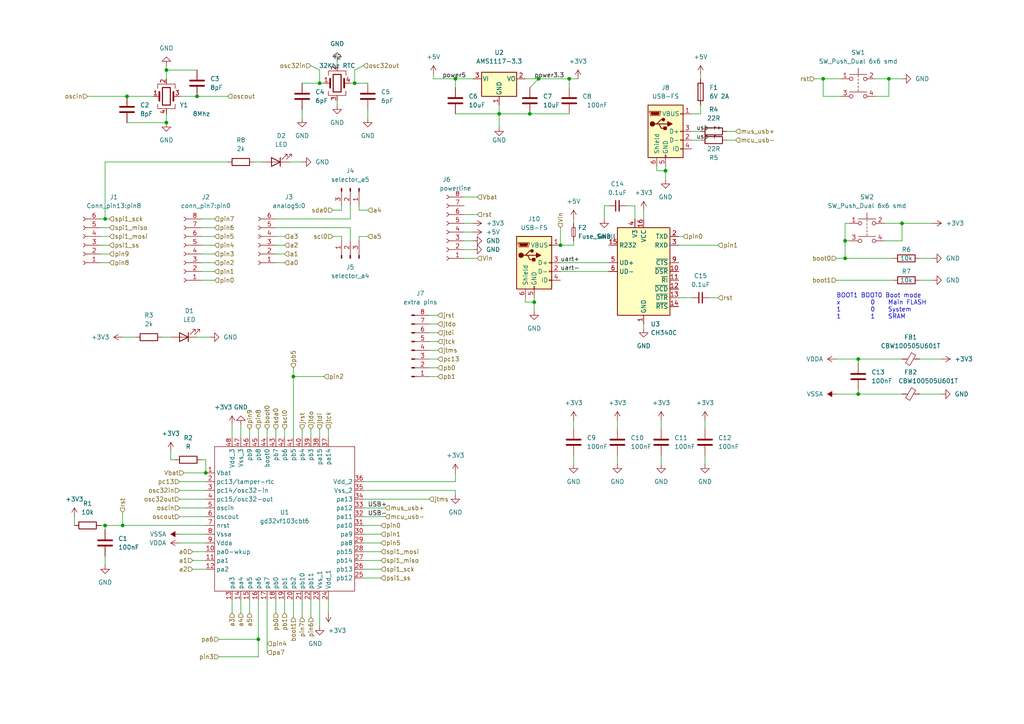
<source format=kicad_sch>
(kicad_sch (version 20211123) (generator eeschema)
  (paper "A4")
  (lib_symbols
    (symbol "Connector:Conn_01x03_Male" (pin_names (offset 1.016) hide)
      (property "Reference" "J" (at 0 5.08 0))
      (property "Value" "Conn_01x03_Male" (at 0 -5.08 0))
      (symbol "Conn_01x03_Male_1_1"
        (pin passive line (at 5.08 2.54 180) (length 3.81) (name "Pin_1") (number "1"))
        (pin passive line (at 5.08 0 180) (length 3.81) (name "Pin_2") (number "2"))
        (pin passive line (at 5.08 -2.54 180) (length 3.81) (name "Pin_3") (number "3"))
      )
    )
    (symbol "Connector:Conn_01x06_Female" (pin_names (offset 1.016) hide)
      (property "Reference" "J" (at 0 7.62 0))
      (property "Value" "Conn_01x06_Female" (at 0 -10.16 0))
      (symbol "Conn_01x06_Female_1_1"
        (pin passive line (at -5.08 5.08 0) (length 3.81) (name "Pin_1") (number "1"))
        (pin passive line (at -5.08 2.54 0) (length 3.81) (name "Pin_2") (number "2"))
        (pin passive line (at -5.08 0 0) (length 3.81) (name "Pin_3") (number "3"))
        (pin passive line (at -5.08 -2.54 0) (length 3.81) (name "Pin_4") (number "4"))
        (pin passive line (at -5.08 -5.08 0) (length 3.81) (name "Pin_5") (number "5"))
        (pin passive line (at -5.08 -7.62 0) (length 3.81) (name "Pin_6") (number "6"))
      )
    )
    (symbol "Connector:Conn_01x08_Female" (pin_names (offset 1.016) hide)
      (property "Reference" "J" (at 0 10.16 0))
      (property "Value" "Conn_01x08_Female" (at 0 -12.7 0))
      (symbol "Conn_01x08_Female_1_1"
        (pin passive line (at -5.08 7.62 0) (length 3.81) (name "Pin_1") (number "1"))
        (pin passive line (at -5.08 5.08 0) (length 3.81) (name "Pin_2") (number "2"))
        (pin passive line (at -5.08 2.54 0) (length 3.81) (name "Pin_3") (number "3"))
        (pin passive line (at -5.08 0 0) (length 3.81) (name "Pin_4") (number "4"))
        (pin passive line (at -5.08 -2.54 0) (length 3.81) (name "Pin_5") (number "5"))
        (pin passive line (at -5.08 -5.08 0) (length 3.81) (name "Pin_6") (number "6"))
        (pin passive line (at -5.08 -7.62 0) (length 3.81) (name "Pin_7") (number "7"))
        (pin passive line (at -5.08 -10.16 0) (length 3.81) (name "Pin_8") (number "8"))
      )
    )
    (symbol "Connector:Conn_01x08_Male" (pin_names (offset 1.016) hide)
      (property "Reference" "J" (at 0 10.16 0))
      (property "Value" "Conn_01x08_Male" (at 0 -12.7 0))
      (symbol "Conn_01x08_Male_1_1"
        (pin passive line (at 5.08 7.62 180) (length 3.81) (name "Pin_1") (number "1"))
        (pin passive line (at 5.08 5.08 180) (length 3.81) (name "Pin_2") (number "2"))
        (pin passive line (at 5.08 2.54 180) (length 3.81) (name "Pin_3") (number "3"))
        (pin passive line (at 5.08 0 180) (length 3.81) (name "Pin_4") (number "4"))
        (pin passive line (at 5.08 -2.54 180) (length 3.81) (name "Pin_5") (number "5"))
        (pin passive line (at 5.08 -5.08 180) (length 3.81) (name "Pin_6") (number "6"))
        (pin passive line (at 5.08 -7.62 180) (length 3.81) (name "Pin_7") (number "7"))
        (pin passive line (at 5.08 -10.16 180) (length 3.81) (name "Pin_8") (number "8"))
      )
    )
    (symbol "Connector:USB_B_Micro" (pin_names (offset 1.016))
      (property "Reference" "J" (at -5.08 11.43 0))
      (property "Value" "USB_B_Micro" (at -5.08 8.89 0))
      (symbol "USB_B_Micro_1_1"
        (pin power_out line (at 7.62 5.08 180) (length 2.54) (name "VBUS") (number "1"))
        (pin bidirectional line (at 7.62 -2.54 180) (length 2.54) (name "D-") (number "2"))
        (pin bidirectional line (at 7.62 0 180) (length 2.54) (name "D+") (number "3"))
        (pin passive line (at 7.62 -5.08 180) (length 2.54) (name "ID") (number "4"))
        (pin power_out line (at 0 -10.16 90) (length 2.54) (name "GND") (number "5"))
        (pin passive line (at -2.54 -10.16 90) (length 2.54) (name "Shield") (number "6"))
      )
    )
    (symbol "Device:C" (pin_numbers hide) (pin_names (offset 0.254))
      (property "Reference" "C" (at 0.635 2.54 0))
      (property "Value" "C" (at 0.635 -2.54 0))
      (symbol "C_1_1"
        (pin passive line (at 0 3.81 270) (length 2.794) (name "~") (number "1"))
        (pin passive line (at 0 -3.81 90) (length 2.794) (name "~") (number "2"))
      )
    )
    (symbol "Device:C_Small" (pin_numbers hide) (pin_names (offset 0.254) hide)
      (property "Reference" "C" (at 0.254 1.778 0))
      (property "Value" "C_Small" (at 0.254 -2.032 0))
      (symbol "C_Small_1_1"
        (pin passive line (at 0 2.54 270) (length 2.032) (name "~") (number "1"))
        (pin passive line (at 0 -2.54 90) (length 2.032) (name "~") (number "2"))
      )
    )
    (symbol "Device:Crystal_GND23" (pin_names (offset 1.016) hide)
      (property "Reference" "Y" (at 3.175 5.08 0))
      (property "Value" "Crystal_GND23" (at 3.175 3.175 0))
      (symbol "Crystal_GND23_1_1"
        (pin passive line (at -3.81 0 0) (length 1.27) (name "1") (number "1"))
        (pin passive line (at 0 5.08 270) (length 1.27) (name "2") (number "2"))
        (pin passive line (at 0 -5.08 90) (length 1.27) (name "3") (number "3"))
        (pin passive line (at 3.81 0 180) (length 1.27) (name "4") (number "4"))
      )
    )
    (symbol "Device:Crystal_GND24" (pin_names (offset 1.016) hide)
      (property "Reference" "Y" (at 3.175 5.08 0))
      (property "Value" "Crystal_GND24" (at 3.175 3.175 0))
      (symbol "Crystal_GND24_1_1"
        (pin passive line (at -3.81 0 0) (length 1.27) (name "1") (number "1"))
        (pin passive line (at 0 5.08 270) (length 1.27) (name "2") (number "2"))
        (pin passive line (at 3.81 0 180) (length 1.27) (name "3") (number "3"))
        (pin passive line (at 0 -5.08 90) (length 1.27) (name "4") (number "4"))
      )
    )
    (symbol "Device:FerriteBead_Small" (pin_numbers hide) (pin_names (offset 0))
      (property "Reference" "FB" (at 1.905 1.27 0))
      (property "Value" "FerriteBead_Small" (at 1.905 -1.27 0))
      (symbol "FerriteBead_Small_1_1"
        (pin passive line (at 0 2.54 270) (length 1.27) (name "~") (number "1"))
        (pin passive line (at 0 -2.54 90) (length 1.27) (name "~") (number "2"))
      )
    )
    (symbol "Device:Fuse" (pin_numbers hide) (pin_names (offset 0))
      (property "Reference" "F" (at 2.032 0 90))
      (property "Value" "Fuse" (at -1.905 0 90))
      (symbol "Fuse_1_1"
        (pin passive line (at 0 3.81 270) (length 1.27) (name "~") (number "1"))
        (pin passive line (at 0 -3.81 90) (length 1.27) (name "~") (number "2"))
      )
    )
    (symbol "Device:Fuse_Small" (pin_numbers hide) (pin_names (offset 0.254) hide)
      (property "Reference" "F" (at 0 -1.524 0))
      (property "Value" "Fuse_Small" (at 0 1.524 0))
      (symbol "Fuse_Small_1_1"
        (pin passive line (at -2.54 0 0) (length 1.27) (name "~") (number "1"))
        (pin passive line (at 2.54 0 180) (length 1.27) (name "~") (number "2"))
      )
    )
    (symbol "Device:LED" (pin_numbers hide) (pin_names (offset 1.016) hide)
      (property "Reference" "D" (at 0 2.54 0))
      (property "Value" "LED" (at 0 -2.54 0))
      (symbol "LED_1_1"
        (pin passive line (at -3.81 0 0) (length 2.54) (name "K") (number "1"))
        (pin passive line (at 3.81 0 180) (length 2.54) (name "A") (number "2"))
      )
    )
    (symbol "Device:R" (pin_numbers hide) (pin_names (offset 0))
      (property "Reference" "R" (at 2.032 0 90))
      (property "Value" "R" (at 0 0 90))
      (symbol "R_1_1"
        (pin passive line (at 0 3.81 270) (length 1.27) (name "~") (number "1"))
        (pin passive line (at 0 -3.81 90) (length 1.27) (name "~") (number "2"))
      )
    )
    (symbol "Interface_USB:CH340C"
      (property "Reference" "U" (at -5.08 13.97 0))
      (property "Value" "CH340C" (at 1.27 13.97 0))
      (symbol "CH340C_1_1"
        (pin power_in line (at 0 -15.24 90) (length 2.54) (name "GND") (number "1"))
        (pin input line (at 10.16 0 180) (length 2.54) (name "~{DSR}") (number "10"))
        (pin input line (at 10.16 -2.54 180) (length 2.54) (name "~{RI}") (number "11"))
        (pin input line (at 10.16 -5.08 180) (length 2.54) (name "~{DCD}") (number "12"))
        (pin output line (at 10.16 -7.62 180) (length 2.54) (name "~{DTR}") (number "13"))
        (pin output line (at 10.16 -10.16 180) (length 2.54) (name "~{RTS}") (number "14"))
        (pin input line (at -10.16 7.62 0) (length 2.54) (name "R232") (number "15"))
        (pin power_in line (at 0 15.24 270) (length 2.54) (name "VCC") (number "16"))
        (pin output line (at 10.16 10.16 180) (length 2.54) (name "TXD") (number "2"))
        (pin input line (at 10.16 7.62 180) (length 2.54) (name "RXD") (number "3"))
        (pin passive line (at -2.54 15.24 270) (length 2.54) (name "V3") (number "4"))
        (pin bidirectional line (at -10.16 2.54 0) (length 2.54) (name "UD+") (number "5"))
        (pin bidirectional line (at -10.16 0 0) (length 2.54) (name "UD-") (number "6"))
        (pin no_connect line (at -7.62 -7.62 0) (length 2.54) hide (name "NC") (number "7"))
        (pin no_connect line (at -7.62 -10.16 0) (length 2.54) hide (name "NC") (number "8"))
        (pin input line (at 10.16 2.54 180) (length 2.54) (name "~{CTS}") (number "9"))
      )
    )
    (symbol "Regulator_Linear:AMS1117-3.3" (pin_names (offset 0.254))
      (property "Reference" "U" (at -3.81 3.175 0))
      (property "Value" "AMS1117-3.3" (at 0 3.175 0))
      (symbol "AMS1117-3.3_1_1"
        (pin power_in line (at 0 -7.62 90) (length 2.54) (name "GND") (number "1"))
        (pin power_out line (at 7.62 0 180) (length 2.54) (name "VO") (number "2"))
        (pin power_in line (at -7.62 0 0) (length 2.54) (name "VI") (number "3"))
      )
    )
    (symbol "Switch:SW_Push_Dual" (pin_names (offset 1.016) hide)
      (property "Reference" "SW" (at 1.27 2.54 0))
      (property "Value" "SW_Push_Dual" (at 0 -6.858 0))
      (symbol "SW_Push_Dual_0_1"
        (pin passive line (at -5.08 0 0) (length 2.54) (name "1") (number "1"))
        (pin passive line (at 5.08 0 180) (length 2.54) (name "2") (number "2"))
        (pin passive line (at -5.08 -5.08 0) (length 2.54) (name "3") (number "3"))
        (pin passive line (at 5.08 -5.08 180) (length 2.54) (name "4") (number "4"))
      )
    )
    (symbol "gd32vf103cbt6:gd32vf103cbt6"
      (property "Reference" "U" (at -2.54 -5.08 0))
      (property "Value" "gd32vf103cbt6" (at -1.27 0 0))
      (symbol "gd32vf103cbt6_0_0"
        (pin bidirectional line (at -22.86 -10.16 0) (length 2.54) (name "pa0-wkup") (number "10"))
        (pin bidirectional line (at -22.86 -12.7 0) (length 2.54) (name "pa1") (number "11"))
        (pin bidirectional line (at -22.86 -15.24 0) (length 2.54) (name "pa2") (number "12"))
        (pin bidirectional line (at -12.7 -24.13 90) (length 2.54) (name "pa4") (number "14"))
        (pin bidirectional line (at -10.16 -24.13 90) (length 2.54) (name "pa5") (number "15"))
        (pin bidirectional line (at -7.62 -24.13 90) (length 2.54) (name "pa6") (number "16"))
        (pin bidirectional line (at -5.08 -24.13 90) (length 2.54) (name "pa7") (number "17"))
        (pin bidirectional line (at -2.54 -24.13 90) (length 2.54) (name "pb0") (number "18"))
        (pin bidirectional line (at 0 -24.13 90) (length 2.54) (name "pb1") (number "19"))
        (pin bidirectional line (at -22.86 10.16 0) (length 2.54) (name "pc13/tamper-rtc") (number "2"))
        (pin bidirectional line (at 2.54 -24.13 90) (length 2.54) (name "pb2") (number "20"))
        (pin bidirectional line (at 5.08 -24.13 90) (length 2.54) (name "pb10") (number "21"))
        (pin bidirectional line (at 7.62 -24.13 90) (length 2.54) (name "pb11") (number "22"))
        (pin power_in line (at 10.16 -24.13 90) (length 2.54) (name "Vss_1") (number "23"))
        (pin power_in line (at 12.7 -24.13 90) (length 2.54) (name "Vdd_1") (number "24"))
        (pin bidirectional line (at 22.86 -15.24 180) (length 2.54) (name "pb13") (number "26"))
        (pin bidirectional line (at 22.86 -12.7 180) (length 2.54) (name "pb14") (number "27"))
        (pin bidirectional line (at 22.86 -10.16 180) (length 2.54) (name "pb15") (number "28"))
        (pin bidirectional line (at 22.86 -7.62 180) (length 2.54) (name "pa8") (number "29"))
        (pin bidirectional line (at -22.86 7.62 0) (length 2.54) (name "pc14/osc32-in") (number "3"))
        (pin bidirectional line (at 22.86 -5.08 180) (length 2.54) (name "pa9") (number "30"))
        (pin bidirectional line (at 22.86 -2.54 180) (length 2.54) (name "pa10") (number "31"))
        (pin bidirectional line (at 22.86 0 180) (length 2.54) (name "pa11") (number "32"))
        (pin bidirectional line (at 22.86 2.54 180) (length 2.54) (name "pa12") (number "33"))
        (pin bidirectional line (at 22.86 5.08 180) (length 2.54) (name "pa13") (number "34"))
        (pin power_in line (at 22.86 7.62 180) (length 2.54) (name "Vss_2") (number "35"))
        (pin power_in line (at 22.86 10.16 180) (length 2.54) (name "Vdd_2") (number "36"))
        (pin bidirectional line (at 7.62 22.86 270) (length 2.54) (name "pb3") (number "39"))
        (pin input line (at -22.86 5.08 0) (length 2.54) (name "pc15/osc32-out") (number "4"))
        (pin bidirectional line (at 5.08 22.86 270) (length 2.54) (name "pb4") (number "40"))
        (pin bidirectional line (at 2.54 22.86 270) (length 2.54) (name "pb5") (number "41"))
        (pin bidirectional line (at 0 22.86 270) (length 2.54) (name "pb6") (number "42"))
        (pin bidirectional line (at -2.54 22.86 270) (length 2.54) (name "pb7") (number "43"))
        (pin input line (at -5.08 22.86 270) (length 2.54) (name "boot0") (number "44"))
        (pin bidirectional line (at -7.62 22.86 270) (length 2.54) (name "pb8") (number "45"))
        (pin bidirectional line (at -10.16 22.86 270) (length 2.54) (name "pb9") (number "46"))
        (pin power_in line (at -12.7 22.86 270) (length 2.54) (name "Vss_3") (number "47"))
        (pin power_in line (at -15.24 22.86 270) (length 2.54) (name "Vdd_3") (number "48"))
        (pin input line (at -22.86 2.54 0) (length 2.54) (name "oscin") (number "5"))
        (pin output line (at -22.86 0 0) (length 2.54) (name "oscout") (number "6"))
        (pin bidirectional line (at -22.86 -2.54 0) (length 2.54) (name "nrst") (number "7"))
        (pin power_in line (at -22.86 -5.08 0) (length 2.54) (name "Vssa") (number "8"))
        (pin power_in line (at -22.86 -7.62 0) (length 2.54) (name "Vdda") (number "9"))
      )
      (symbol "gd32vf103cbt6_1_1"
        (pin power_in line (at -22.86 12.7 0) (length 2.54) (name "Vbat") (number "1"))
        (pin bidirectional line (at -15.24 -24.13 90) (length 2.54) (name "pa3") (number "13"))
        (pin bidirectional line (at 22.86 -17.78 180) (length 2.54) (name "pb12") (number "25"))
        (pin bidirectional line (at 12.7 22.86 270) (length 2.54) (name "pa14") (number "37"))
        (pin bidirectional line (at 10.16 22.86 270) (length 2.54) (name "pa15") (number "38"))
      )
    )
    (symbol "power:+3.3V" (power) (pin_names (offset 0))
      (property "Value" "+3.3V" (at 0 3.556 0))
      (symbol "+3.3V_1_1"
        (pin power_in line (at 0 0 90) (length 0) hide (name "+3V3") (number "1"))
      )
    )
    (symbol "power:+5V" (power) (pin_names (offset 0))
      (property "Value" "+5V" (at 0 3.556 0))
      (symbol "+5V_1_1"
        (pin power_in line (at 0 0 90) (length 0) hide (name "+5V") (number "1"))
      )
    )
    (symbol "power:GND" (power) (pin_names (offset 0))
      (property "Value" "GND" (at 0 -3.81 0))
      (symbol "GND_1_1"
        (pin power_in line (at 0 0 270) (length 0) hide (name "GND") (number "1"))
      )
    )
    (symbol "power:VDDA" (power) (pin_names (offset 0))
      (property "Value" "VDDA" (at 0 3.81 0))
      (symbol "VDDA_1_1"
        (pin power_in line (at 0 0 90) (length 0) hide (name "VDDA") (number "1"))
      )
    )
    (symbol "power:VSSA" (power) (pin_names (offset 0))
      (property "Value" "VSSA" (at 0 3.81 0))
      (symbol "VSSA_1_1"
        (pin power_in line (at 0 0 90) (length 0) hide (name "VSSA") (number "1"))
      )
    )
  )
  (junction (at 153.67 33.02))
  (junction (at 261.62 64.77))
  (junction (at 48.26 20.32))
  (junction (at 257.81 22.86))
  (junction (at 165.1 22.86))
  (junction (at 248.92 114.3))
  (junction (at 59.69 137.16))
  (junction (at 144.78 33.02))
  (junction (at 156.21 22.86))
  (junction (at 154.94 87.63))
  (junction (at 193.04 49.53))
  (junction (at 102.87 24.13))
  (junction (at 30.48 63.5))
  (junction (at 92.71 24.13))
  (junction (at 30.48 152.4))
  (junction (at 248.92 104.14))
  (junction (at 36.83 27.94))
  (junction (at 35.56 152.4))
  (junction (at 245.11 69.85))
  (junction (at 238.76 22.86))
  (junction (at 57.15 27.94))
  (junction (at 132.08 22.86))
  (junction (at 245.11 74.93))
  (junction (at 162.56 71.12))
  (junction (at 74.93 185.42))
  (junction (at 48.26 35.56))
  (junction (at 85.09 109.22))
  (wire (pts (xy 72.39 173.99) (xy 72.39 177.8)))
  (wire (pts (xy 105.41 154.94) (xy 110.49 154.94)))
  (wire (pts (xy 162.56 76.2) (xy 176.53 76.2)))
  (wire (pts (xy 97.79 17.78) (xy 97.79 19.05)))
  (wire (pts (xy 134.62 69.85) (xy 137.16 69.85)))
  (wire (pts (xy 90.17 124.46) (xy 90.17 127)))
  (wire (pts (xy 69.85 123.19) (xy 69.85 127)))
  (wire (pts (xy 246.38 69.85) (xy 245.11 69.85)))
  (wire (pts (xy 196.85 86.36) (xy 200.66 86.36)))
  (wire (pts (xy 132.08 22.86) (xy 132.08 25.4)))
  (wire (pts (xy 97.79 29.21) (xy 97.79 30.48)))
  (wire (pts (xy 85.09 173.99) (xy 85.09 179.07)))
  (wire (pts (xy 29.21 63.5) (xy 30.48 63.5)))
  (wire (pts (xy 30.48 152.4) (xy 35.56 152.4)))
  (wire (pts (xy 186.69 60.96) (xy 186.69 63.5)))
  (wire (pts (xy 166.37 121.92) (xy 166.37 124.46)))
  (wire (pts (xy 85.09 109.22) (xy 93.98 109.22)))
  (wire (pts (xy 59.69 133.35) (xy 59.69 137.16)))
  (wire (pts (xy 154.94 86.36) (xy 154.94 87.63)))
  (wire (pts (xy 58.42 81.28) (xy 62.23 81.28)))
  (wire (pts (xy 30.48 63.5) (xy 31.75 63.5)))
  (wire (pts (xy 49.53 130.81) (xy 49.53 133.35)))
  (wire (pts (xy 80.01 63.5) (xy 101.6 63.5)))
  (wire (pts (xy 132.08 33.02) (xy 144.78 33.02)))
  (wire (pts (xy 58.42 66.04) (xy 62.23 66.04)))
  (wire (pts (xy 144.78 30.48) (xy 144.78 33.02)))
  (wire (pts (xy 67.31 173.99) (xy 67.31 177.8)))
  (wire (pts (xy 36.83 27.94) (xy 44.45 27.94)))
  (wire (pts (xy 261.62 64.77) (xy 270.51 64.77)))
  (wire (pts (xy 49.53 133.35) (xy 50.8 133.35)))
  (wire (pts (xy 124.46 91.44) (xy 127 91.44)))
  (wire (pts (xy 124.46 109.22) (xy 127 109.22)))
  (wire (pts (xy 132.08 139.7) (xy 132.08 137.16)))
  (wire (pts (xy 245.11 69.85) (xy 245.11 64.77)))
  (wire (pts (xy 203.2 33.02) (xy 200.66 33.02)))
  (wire (pts (xy 193.04 48.26) (xy 193.04 49.53)))
  (wire (pts (xy 99.06 68.58) (xy 99.06 69.85)))
  (wire (pts (xy 191.77 121.92) (xy 191.77 124.46)))
  (wire (pts (xy 124.46 99.06) (xy 127 99.06)))
  (wire (pts (xy 105.41 165.1) (xy 110.49 165.1)))
  (wire (pts (xy 105.41 142.24) (xy 132.08 142.24)))
  (wire (pts (xy 210.82 38.1) (xy 213.36 38.1)))
  (wire (pts (xy 73.66 46.99) (xy 76.2 46.99)))
  (wire (pts (xy 57.15 20.32) (xy 48.26 20.32)))
  (wire (pts (xy 92.71 24.13) (xy 93.98 24.13)))
  (wire (pts (xy 134.62 67.31) (xy 137.16 67.31)))
  (wire (pts (xy 57.15 97.79) (xy 60.96 97.79)))
  (wire (pts (xy 203.2 30.48) (xy 203.2 33.02)))
  (wire (pts (xy 125.73 22.86) (xy 125.73 21.59)))
  (wire (pts (xy 245.11 64.77) (xy 246.38 64.77)))
  (wire (pts (xy 242.57 104.14) (xy 248.92 104.14)))
  (wire (pts (xy 153.67 25.4) (xy 156.21 22.86)))
  (wire (pts (xy 254 22.86) (xy 257.81 22.86)))
  (wire (pts (xy 58.42 76.2) (xy 62.23 76.2)))
  (wire (pts (xy 92.71 124.46) (xy 92.71 127)))
  (wire (pts (xy 80.01 68.58) (xy 82.55 68.58)))
  (wire (pts (xy 106.68 31.75) (xy 106.68 34.29)))
  (wire (pts (xy 87.63 124.46) (xy 87.63 127)))
  (wire (pts (xy 21.59 149.86) (xy 21.59 152.4)))
  (wire (pts (xy 35.56 152.4) (xy 59.69 152.4)))
  (wire (pts (xy 200.66 40.64) (xy 203.2 40.64)))
  (wire (pts (xy 30.48 46.99) (xy 30.48 63.5)))
  (wire (pts (xy 124.46 96.52) (xy 127 96.52)))
  (wire (pts (xy 261.62 69.85) (xy 261.62 64.77)))
  (wire (pts (xy 193.04 49.53) (xy 193.04 52.07)))
  (wire (pts (xy 101.6 66.04) (xy 101.6 69.85)))
  (wire (pts (xy 152.4 87.63) (xy 154.94 87.63)))
  (wire (pts (xy 80.01 124.46) (xy 80.01 127)))
  (wire (pts (xy 52.07 154.94) (xy 59.69 154.94)))
  (wire (pts (xy 166.37 63.5) (xy 166.37 64.77)))
  (wire (pts (xy 205.74 86.36) (xy 208.28 86.36)))
  (wire (pts (xy 134.62 62.23) (xy 138.43 62.23)))
  (wire (pts (xy 52.07 139.7) (xy 59.69 139.7)))
  (wire (pts (xy 162.56 66.04) (xy 162.56 71.12)))
  (wire (pts (xy 191.77 132.08) (xy 191.77 134.62)))
  (wire (pts (xy 104.14 60.96) (xy 106.68 60.96)))
  (wire (pts (xy 248.92 114.3) (xy 261.62 114.3)))
  (wire (pts (xy 30.48 161.29) (xy 30.48 163.83)))
  (wire (pts (xy 179.07 121.92) (xy 179.07 124.46)))
  (wire (pts (xy 266.7 104.14) (xy 273.05 104.14)))
  (wire (pts (xy 144.78 33.02) (xy 153.67 33.02)))
  (wire (pts (xy 162.56 78.74) (xy 176.53 78.74)))
  (wire (pts (xy 190.5 49.53) (xy 193.04 49.53)))
  (wire (pts (xy 87.63 31.75) (xy 87.63 34.29)))
  (wire (pts (xy 124.46 101.6) (xy 127 101.6)))
  (wire (pts (xy 105.41 157.48) (xy 110.49 157.48)))
  (wire (pts (xy 29.21 66.04) (xy 31.75 66.04)))
  (wire (pts (xy 80.01 66.04) (xy 101.6 66.04)))
  (wire (pts (xy 266.7 114.3) (xy 273.05 114.3)))
  (wire (pts (xy 153.67 33.02) (xy 165.1 33.02)))
  (wire (pts (xy 67.31 123.19) (xy 67.31 127)))
  (wire (pts (xy 166.37 132.08) (xy 166.37 134.62)))
  (wire (pts (xy 175.26 59.69) (xy 176.53 59.69)))
  (wire (pts (xy 80.01 76.2) (xy 82.55 76.2)))
  (wire (pts (xy 156.21 22.86) (xy 165.1 22.86)))
  (wire (pts (xy 124.46 93.98) (xy 127 93.98)))
  (wire (pts (xy 134.62 64.77) (xy 137.16 64.77)))
  (wire (pts (xy 58.42 71.12) (xy 62.23 71.12)))
  (wire (pts (xy 165.1 22.86) (xy 167.64 22.86)))
  (wire (pts (xy 152.4 86.36) (xy 152.4 87.63)))
  (wire (pts (xy 72.39 124.46) (xy 72.39 127)))
  (wire (pts (xy 58.42 133.35) (xy 59.69 133.35)))
  (wire (pts (xy 105.41 149.86) (xy 111.76 149.86)))
  (wire (pts (xy 242.57 114.3) (xy 248.92 114.3)))
  (wire (pts (xy 102.87 24.13) (xy 106.68 24.13)))
  (wire (pts (xy 266.7 74.93) (xy 270.51 74.93)))
  (wire (pts (xy 96.52 60.96) (xy 99.06 60.96)))
  (wire (pts (xy 105.41 160.02) (xy 110.49 160.02)))
  (wire (pts (xy 104.14 59.69) (xy 104.14 60.96)))
  (wire (pts (xy 30.48 152.4) (xy 30.48 153.67)))
  (wire (pts (xy 29.21 71.12) (xy 31.75 71.12)))
  (wire (pts (xy 74.93 124.46) (xy 74.93 127)))
  (wire (pts (xy 77.47 124.46) (xy 77.47 127)))
  (wire (pts (xy 80.01 173.99) (xy 80.01 177.8)))
  (wire (pts (xy 85.09 106.68) (xy 85.09 109.22)))
  (wire (pts (xy 175.26 63.5) (xy 175.26 59.69)))
  (wire (pts (xy 166.37 69.85) (xy 166.37 71.12)))
  (wire (pts (xy 124.46 104.14) (xy 127 104.14)))
  (wire (pts (xy 57.15 27.94) (xy 66.04 27.94)))
  (wire (pts (xy 124.46 106.68) (xy 127 106.68)))
  (wire (pts (xy 52.07 147.32) (xy 59.69 147.32)))
  (wire (pts (xy 190.5 48.26) (xy 190.5 49.53)))
  (wire (pts (xy 210.82 40.64) (xy 213.36 40.64)))
  (wire (pts (xy 99.06 60.96) (xy 99.06 59.69)))
  (wire (pts (xy 55.88 165.1) (xy 59.69 165.1)))
  (wire (pts (xy 132.08 143.51) (xy 132.08 142.24)))
  (wire (pts (xy 82.55 124.46) (xy 82.55 127)))
  (wire (pts (xy 55.88 160.02) (xy 59.69 160.02)))
  (wire (pts (xy 266.7 81.28) (xy 270.51 81.28)))
  (wire (pts (xy 92.71 173.99) (xy 92.71 181.61)))
  (wire (pts (xy 137.16 22.86) (xy 132.08 22.86)))
  (wire (pts (xy 52.07 149.86) (xy 59.69 149.86)))
  (wire (pts (xy 83.82 46.99) (xy 87.63 46.99)))
  (wire (pts (xy 105.41 147.32) (xy 111.76 147.32)))
  (wire (pts (xy 254 27.94) (xy 257.81 27.94)))
  (wire (pts (xy 29.21 73.66) (xy 31.75 73.66)))
  (wire (pts (xy 46.99 97.79) (xy 49.53 97.79)))
  (wire (pts (xy 248.92 104.14) (xy 261.62 104.14)))
  (wire (pts (xy 92.71 20.32) (xy 92.71 24.13)))
  (wire (pts (xy 104.14 68.58) (xy 106.68 68.58)))
  (wire (pts (xy 80.01 73.66) (xy 82.55 73.66)))
  (wire (pts (xy 58.42 68.58) (xy 62.23 68.58)))
  (wire (pts (xy 248.92 104.14) (xy 248.92 105.41)))
  (wire (pts (xy 53.34 137.16) (xy 59.69 137.16)))
  (wire (pts (xy 30.48 46.99) (xy 66.04 46.99)))
  (wire (pts (xy 48.26 19.05) (xy 48.26 20.32)))
  (wire (pts (xy 95.25 124.46) (xy 95.25 127)))
  (wire (pts (xy 242.57 74.93) (xy 245.11 74.93)))
  (wire (pts (xy 200.66 38.1) (xy 203.2 38.1)))
  (wire (pts (xy 165.1 22.86) (xy 165.1 25.4)))
  (wire (pts (xy 29.21 152.4) (xy 30.48 152.4)))
  (wire (pts (xy 181.61 59.69) (xy 184.15 59.69)))
  (wire (pts (xy 256.54 69.85) (xy 261.62 69.85)))
  (wire (pts (xy 257.81 27.94) (xy 257.81 22.86)))
  (wire (pts (xy 36.83 35.56) (xy 48.26 35.56)))
  (wire (pts (xy 257.81 22.86) (xy 261.62 22.86)))
  (wire (pts (xy 82.55 173.99) (xy 82.55 177.8)))
  (wire (pts (xy 248.92 113.03) (xy 248.92 114.3)))
  (wire (pts (xy 204.47 121.92) (xy 204.47 124.46)))
  (wire (pts (xy 238.76 27.94) (xy 238.76 22.86)))
  (wire (pts (xy 196.85 71.12) (xy 208.28 71.12)))
  (wire (pts (xy 105.41 19.05) (xy 102.87 20.32)))
  (wire (pts (xy 105.41 167.64) (xy 110.49 167.64)))
  (wire (pts (xy 55.88 162.56) (xy 59.69 162.56)))
  (wire (pts (xy 48.26 33.02) (xy 48.26 35.56)))
  (wire (pts (xy 196.85 68.58) (xy 198.12 68.58)))
  (wire (pts (xy 58.42 73.66) (xy 62.23 73.66)))
  (wire (pts (xy 52.07 27.94) (xy 57.15 27.94)))
  (wire (pts (xy 101.6 63.5) (xy 101.6 59.69)))
  (wire (pts (xy 134.62 72.39) (xy 137.16 72.39)))
  (wire (pts (xy 184.15 59.69) (xy 184.15 63.5)))
  (wire (pts (xy 134.62 57.15) (xy 138.43 57.15)))
  (wire (pts (xy 29.21 68.58) (xy 31.75 68.58)))
  (wire (pts (xy 243.84 27.94) (xy 238.76 27.94)))
  (wire (pts (xy 95.25 173.99) (xy 95.25 177.8)))
  (wire (pts (xy 179.07 132.08) (xy 179.07 134.62)))
  (wire (pts (xy 132.08 22.86) (xy 125.73 22.86)))
  (wire (pts (xy 134.62 74.93) (xy 138.43 74.93)))
  (wire (pts (xy 245.11 74.93) (xy 245.11 69.85)))
  (wire (pts (xy 52.07 144.78) (xy 59.69 144.78)))
  (wire (pts (xy 96.52 68.58) (xy 99.06 68.58)))
  (wire (pts (xy 74.93 173.99) (xy 74.93 185.42)))
  (wire (pts (xy 102.87 20.32) (xy 102.87 24.13)))
  (wire (pts (xy 238.76 22.86) (xy 243.84 22.86)))
  (wire (pts (xy 48.26 20.32) (xy 48.26 22.86)))
  (wire (pts (xy 25.4 27.94) (xy 36.83 27.94)))
  (wire (pts (xy 74.93 190.5) (xy 74.93 185.42)))
  (wire (pts (xy 58.42 63.5) (xy 62.23 63.5)))
  (wire (pts (xy 87.63 173.99) (xy 87.63 179.07)))
  (wire (pts (xy 236.22 22.86) (xy 238.76 22.86)))
  (wire (pts (xy 52.07 142.24) (xy 59.69 142.24)))
  (wire (pts (xy 63.5 190.5) (xy 74.93 190.5)))
  (wire (pts (xy 105.41 139.7) (xy 132.08 139.7)))
  (wire (pts (xy 152.4 22.86) (xy 156.21 22.86)))
  (wire (pts (xy 69.85 173.99) (xy 69.85 177.8)))
  (wire (pts (xy 85.09 109.22) (xy 85.09 127)))
  (wire (pts (xy 242.57 81.28) (xy 259.08 81.28)))
  (wire (pts (xy 101.6 24.13) (xy 102.87 24.13)))
  (wire (pts (xy 74.93 185.42) (xy 63.5 185.42)))
  (wire (pts (xy 29.21 76.2) (xy 31.75 76.2)))
  (wire (pts (xy 87.63 24.13) (xy 92.71 24.13)))
  (wire (pts (xy 35.56 148.59) (xy 35.56 152.4)))
  (wire (pts (xy 105.41 162.56) (xy 110.49 162.56)))
  (wire (pts (xy 80.01 71.12) (xy 82.55 71.12)))
  (wire (pts (xy 256.54 64.77) (xy 261.62 64.77)))
  (wire (pts (xy 104.14 68.58) (xy 104.14 69.85)))
  (wire (pts (xy 58.42 78.74) (xy 62.23 78.74)))
  (wire (pts (xy 144.78 33.02) (xy 144.78 36.83)))
  (wire (pts (xy 35.56 97.79) (xy 39.37 97.79)))
  (wire (pts (xy 90.17 173.99) (xy 90.17 179.07)))
  (wire (pts (xy 162.56 71.12) (xy 166.37 71.12)))
  (wire (pts (xy 204.47 132.08) (xy 204.47 134.62)))
  (wire (pts (xy 105.41 152.4) (xy 110.49 152.4)))
  (wire (pts (xy 259.08 74.93) (xy 245.11 74.93)))
  (wire (pts (xy 186.69 93.98) (xy 186.69 95.25)))
  (wire (pts (xy 154.94 87.63) (xy 154.94 90.17)))
  (wire (pts (xy 105.41 144.78) (xy 124.46 144.78)))
  (wire (pts (xy 52.07 157.48) (xy 59.69 157.48)))
  (wire (pts (xy 90.17 19.05) (xy 92.71 20.32)))
  (wire (pts (xy 77.47 173.99) (xy 77.47 189.23)))
  (wire (pts (xy 203.2 21.59) (xy 203.2 22.86)))
  (text "BOOT1 BOOT0 Boot mode\nx		0	Main FLASH\n1		0	System\n1		1	SRAM" (at 242.57 92.71 0) (effects (font (size 1.27 1.27)) (justify left bottom)))
  (label "power3.3" (at 154.94 22.86 0))
  (label "uart-" (at 162.56 78.74 0))
  (label "usb-r-" (at 201.93 40.64 0))
  (label "USB-" (at 106.68 149.86 0))
  (label "USB+" (at 106.68 147.32 0))
  (label "uart+" (at 162.56 76.2 0))
  (label "power5" (at 128.27 22.86 0))
  (label "usb-r+" (at 201.93 38.1 0))
  (hierarchical_label "a2" (shape input) (at 82.55 71.12 0))
  (hierarchical_label "jtms" (shape input) (at 124.46 144.78 0))
  (hierarchical_label "pin8" (shape input) (at 31.75 76.2 0))
  (hierarchical_label "pin6" (shape input) (at 90.17 179.07 270))
  (hierarchical_label "psi1_ss" (shape input) (at 31.75 71.12 0))
  (hierarchical_label "jtdo" (shape input) (at 90.17 124.46 90))
  (hierarchical_label "mus_usb+" (shape input) (at 111.76 147.32 0))
  (hierarchical_label "pin4" (shape input) (at 77.47 186.69 0))
  (hierarchical_label "pin9" (shape input) (at 31.75 73.66 0))
  (hierarchical_label "a1" (shape input) (at 55.88 162.56 180))
  (hierarchical_label "pin1" (shape input) (at 110.49 154.94 0))
  (hierarchical_label "pin6" (shape input) (at 62.23 66.04 0))
  (hierarchical_label "spi1_miso" (shape input) (at 31.75 66.04 0))
  (hierarchical_label "pin3" (shape input) (at 63.5 190.5 180))
  (hierarchical_label "pin0" (shape input) (at 62.23 81.28 0))
  (hierarchical_label "sda0" (shape input) (at 96.52 60.96 180))
  (hierarchical_label "pin0" (shape input) (at 110.49 152.4 0))
  (hierarchical_label "pc13" (shape input) (at 52.07 139.7 180))
  (hierarchical_label "Vbat" (shape input) (at 138.43 57.15 0))
  (hierarchical_label "a0" (shape input) (at 55.88 160.02 180))
  (hierarchical_label "pa6" (shape input) (at 63.5 185.42 180))
  (hierarchical_label "a5" (shape input) (at 72.39 177.8 270))
  (hierarchical_label "pb0" (shape input) (at 127 106.68 0))
  (hierarchical_label "spi1_miso" (shape input) (at 110.49 162.56 0))
  (hierarchical_label "osc32out" (shape input) (at 52.07 144.78 180))
  (hierarchical_label "boot0" (shape input) (at 77.47 124.46 90))
  (hierarchical_label "jtdo" (shape input) (at 127 93.98 0))
  (hierarchical_label "oscout" (shape input) (at 52.07 149.86 180))
  (hierarchical_label "mcu_usb-" (shape input) (at 213.36 40.64 0))
  (hierarchical_label "boot1" (shape input) (at 85.09 179.07 270))
  (hierarchical_label "pc13" (shape input) (at 127 104.14 0))
  (hierarchical_label "jtck" (shape input) (at 127 99.06 0))
  (hierarchical_label "a0" (shape input) (at 82.55 76.2 0))
  (hierarchical_label "pb1" (shape input) (at 127 109.22 0))
  (hierarchical_label "osc32out" (shape input) (at 105.41 19.05 0))
  (hierarchical_label "pb5" (shape input) (at 85.09 106.68 90))
  (hierarchical_label "a5" (shape input) (at 106.68 68.58 0))
  (hierarchical_label "pin0" (shape input) (at 198.12 68.58 0))
  (hierarchical_label "rst" (shape input) (at 236.22 22.86 180))
  (hierarchical_label "spi1_mosi" (shape input) (at 110.49 160.02 0))
  (hierarchical_label "Vin" (shape input) (at 138.43 74.93 0))
  (hierarchical_label "mcu_usb-" (shape input) (at 111.76 149.86 0))
  (hierarchical_label "osc32in" (shape input) (at 52.07 142.24 180))
  (hierarchical_label "oscout" (shape input) (at 66.04 27.94 0))
  (hierarchical_label "pa7" (shape input) (at 77.47 189.23 0))
  (hierarchical_label "spi1_mosi" (shape input) (at 31.75 68.58 0))
  (hierarchical_label "mus_usb+" (shape input) (at 213.36 38.1 0))
  (hierarchical_label "rst" (shape input) (at 208.28 86.36 0))
  (hierarchical_label "a3" (shape input) (at 67.31 177.8 270))
  (hierarchical_label "pin3" (shape input) (at 62.23 73.66 0))
  (hierarchical_label "jtdi" (shape input) (at 127 96.52 0))
  (hierarchical_label "pin8" (shape input) (at 74.93 124.46 90))
  (hierarchical_label "a1" (shape input) (at 82.55 73.66 0))
  (hierarchical_label "pb1" (shape input) (at 82.55 177.8 270))
  (hierarchical_label "oscin" (shape input) (at 52.07 147.32 180))
  (hierarchical_label "a4" (shape input) (at 106.68 60.96 0))
  (hierarchical_label "a3" (shape input) (at 82.55 68.58 0))
  (hierarchical_label "scl0" (shape input) (at 82.55 124.46 90))
  (hierarchical_label "rst" (shape input) (at 138.43 62.23 0))
  (hierarchical_label "pin4" (shape input) (at 62.23 71.12 0))
  (hierarchical_label "jtdi" (shape input) (at 92.71 124.46 90))
  (hierarchical_label "Vbat" (shape input) (at 53.34 137.16 180))
  (hierarchical_label "osc32in" (shape input) (at 90.17 19.05 180))
  (hierarchical_label "a4" (shape input) (at 69.85 177.8 270))
  (hierarchical_label "sda0" (shape input) (at 80.01 124.46 90))
  (hierarchical_label "jtck" (shape input) (at 95.25 124.46 90))
  (hierarchical_label "pb0" (shape input) (at 80.01 177.8 270))
  (hierarchical_label "psi1_ss" (shape input) (at 110.49 167.64 0))
  (hierarchical_label "jtms" (shape input) (at 127 101.6 0))
  (hierarchical_label "pin2" (shape input) (at 62.23 76.2 0))
  (hierarchical_label "a2" (shape input) (at 55.88 165.1 180))
  (hierarchical_label "pin2" (shape input) (at 93.98 109.22 0))
  (hierarchical_label "scl0" (shape input) (at 96.52 68.58 180))
  (hierarchical_label "boot1" (shape input) (at 242.57 81.28 180))
  (hierarchical_label "pin5" (shape input) (at 62.23 68.58 0))
  (hierarchical_label "oscin" (shape input) (at 25.4 27.94 180))
  (hierarchical_label "pin7" (shape input) (at 62.23 63.5 0))
  (hierarchical_label "jrst" (shape input) (at 127 91.44 0))
  (hierarchical_label "boot0" (shape input) (at 242.57 74.93 180))
  (hierarchical_label "Vin" (shape input) (at 162.56 66.04 90))
  (hierarchical_label "spi1_sck" (shape input) (at 31.75 63.5 0))
  (hierarchical_label "pin7" (shape input) (at 87.63 179.07 270))
  (hierarchical_label "pin5" (shape input) (at 110.49 157.48 0))
  (hierarchical_label "pin9" (shape input) (at 72.39 124.46 90))
  (hierarchical_label "jrst" (shape input) (at 87.63 124.46 90))
  (hierarchical_label "rst" (shape input) (at 35.56 148.59 90))
  (hierarchical_label "pin1" (shape input) (at 208.28 71.12 0))
  (hierarchical_label "spi1_sck" (shape input) (at 110.49 165.1 0))
  (hierarchical_label "pin1" (shape input) (at 62.23 78.74 0))
  (symbol (lib_id "power:GND") (at 175.26 63.5 0) (unit 1)
    (property "Reference" "#PWR023" (effects hide))
    (property "Value" "GND" (at 175.26 68.58 0))
  )
  (symbol (lib_id "power:GND") (at 270.51 74.93 90) (unit 1)
    (property "Reference" "#PWR042" (effects hide))
    (property "Value" "GND" (at 274.32 74.9299 90) (effects (justify right)))
  )
  (symbol (lib_id "power:GND") (at 106.68 34.29 0) (unit 1)
    (property "Reference" "#PWR012" (effects hide))
    (property "Value" "GND" (at 106.68 39.37 0))
  )
  (symbol (lib_id "Device:R") (at 262.89 81.28 90) (unit 1)
    (property "Reference" "R7" (at 262.89 78.74 90))
    (property "Value" "10k" (at 262.89 81.28 90))
    (property "Footprint" "Resistor_SMD:R_0402_1005Metric" (effects hide))
  )
  (symbol (lib_id "power:+3.3V") (at 204.47 121.92 0) (unit 1)
    (property "Reference" "#PWR034" (effects hide))
    (property "Value" "+3.3V" (at 204.47 116.84 0))
  )
  (symbol (lib_id "power:GND") (at 137.16 69.85 90) (unit 1)
    (property "Reference" "#PWR024" (effects hide))
    (property "Value" "GND" (at 140.97 69.8499 90) (effects (justify right)))
  )
  (symbol (lib_id "Device:C") (at 30.48 157.48 0) (unit 1)
    (property "Reference" "C1" (at 34.29 156.2099 0) (effects (justify left)))
    (property "Value" "100nF" (at 34.29 158.7499 0) (effects (justify left)))
    (property "Footprint" "Capacitor_SMD:C_0402_1005Metric" (effects hide))
  )
  (symbol (lib_id "power:GND") (at 60.96 97.79 90) (unit 1)
    (property "Reference" "#PWR021" (effects hide))
    (property "Value" "GND" (at 64.77 97.7899 90) (effects (justify right)))
  )
  (symbol (lib_id "Device:FerriteBead_Small") (at 264.16 114.3 90) (unit 1)
    (property "Reference" "FB2" (at 264.1219 107.95 90))
    (property "Value" "CBW100505U601T" (at 269.24 110.49 90))
    (property "Footprint" "Resistor_SMD:R_0402_1005Metric" (effects hide))
  )
  (symbol (lib_id "power:+3.3V") (at 67.31 123.19 0) (unit 1)
    (property "Reference" "#PWR07" (effects hide))
    (property "Value" "+3.3V" (at 64.77 118.11 0))
  )
  (symbol (lib_id "Connector:Conn_01x03_Male") (at 101.6 74.93 90) (unit 1)
    (property "Reference" "J5" (at 101.6 77.47 90))
    (property "Value" "selector_a4" (at 101.6 80.01 90))
    (property "Footprint" "Connector_PinHeader_2.54mm:PinHeader_1x03_P2.54mm_Vertical" (effects hide))
  )
  (symbol (lib_id "power:+5V") (at 125.73 21.59 0) (unit 1)
    (property "Reference" "#PWR013" (effects hide))
    (property "Value" "+5V" (at 125.73 16.51 0))
  )
  (symbol (lib_id "power:VSSA") (at 242.57 114.3 90) (unit 1)
    (property "Reference" "#PWR039" (effects hide))
    (property "Value" "VSSA" (at 238.76 114.2999 90) (effects (justify left)))
  )
  (symbol (lib_id "Device:LED") (at 80.01 46.99 180) (unit 1)
    (property "Reference" "D2" (at 81.5975 39.37 0))
    (property "Value" "LED" (at 81.5975 41.91 0))
    (property "Footprint" "LED_SMD:LED_0805_2012Metric" (effects hide))
  )
  (symbol (lib_id "Interface_USB:CH340C") (at 186.69 78.74 0) (unit 1)
    (property "Reference" "U3" (at 188.7094 93.98 0) (effects (justify left)))
    (property "Value" "CH340C" (at 188.7094 96.52 0) (effects (justify left)))
    (property "Footprint" "Package_SO:SOIC-16_3.9x9.9mm_P1.27mm" (effects hide))
    (property "Datasheet" "https://datasheet.lcsc.com/szlcsc/Jiangsu-Qin-Heng-CH340C_C84681.pdf" (effects hide))
  )
  (symbol (lib_id "Device:R") (at 25.4 152.4 270) (unit 1)
    (property "Reference" "R1" (at 25.4 146.05 90))
    (property "Value" "10k" (at 25.4 148.59 90))
    (property "Footprint" "Resistor_SMD:R_0402_1005Metric" (effects hide))
  )
  (symbol (lib_id "Switch:SW_Push_Dual") (at 248.92 22.86 0) (unit 1)
    (property "Reference" "SW1" (at 248.92 15.24 0))
    (property "Value" "SW_Push_Dual 6x6 smd" (at 248.92 17.78 0))
    (property "Footprint" "Button_Switch_SMD:SW_Push_1P1T_NO_6x6mm_H9.5mm" (effects hide))
  )
  (symbol (lib_id "power:GND") (at 97.79 17.78 180) (unit 1)
    (property "Reference" "#PWR0104" (effects hide))
    (property "Value" "GND" (at 97.79 12.7 0))
  )
  (symbol (lib_id "Device:C") (at 153.67 29.21 0) (unit 1)
    (property "Reference" "C7" (at 157.48 27.9399 0) (effects (justify left)))
    (property "Value" "10uF" (at 157.48 30.4799 0) (effects (justify left)))
    (property "Footprint" "Capacitor_SMD:C_1206_3216Metric" (effects hide))
  )
  (symbol (lib_id "power:GND") (at 137.16 72.39 90) (unit 1)
    (property "Reference" "#PWR025" (effects hide))
    (property "Value" "GND" (at 140.97 72.3899 90) (effects (justify right)))
  )
  (symbol (lib_id "power:GND") (at 87.63 46.99 90) (unit 1)
    (property "Reference" "#PWR0101" (effects hide))
    (property "Value" "GND" (at 91.44 46.9899 90) (effects (justify right)))
  )
  (symbol (lib_id "power:+5V") (at 137.16 67.31 270) (unit 1)
    (property "Reference" "#PWR0102" (effects hide))
    (property "Value" "+5V" (at 140.97 67.3099 90) (effects (justify left)))
  )
  (symbol (lib_id "Connector:Conn_01x08_Male") (at 119.38 101.6 0) (mirror x) (unit 1)
    (property "Reference" "J7" (at 121.92 85.09 0))
    (property "Value" "extra pins" (at 121.92 87.63 0))
    (property "Footprint" "Connector_PinHeader_2.54mm:PinHeader_1x08_P2.54mm_Vertical" (effects hide))
  )
  (symbol (lib_id "power:GND") (at 261.62 22.86 90) (unit 1)
    (property "Reference" "#PWR040" (effects hide))
    (property "Value" "GND" (at 265.43 22.8599 90) (effects (justify right)))
  )
  (symbol (lib_id "Device:C") (at 165.1 29.21 0) (unit 1)
    (property "Reference" "C8" (at 168.91 27.9399 0) (effects (justify left)))
    (property "Value" "100nF" (at 170.18 30.48 0) (effects (justify left)))
    (property "Footprint" "Capacitor_SMD:C_0402_1005Metric" (effects hide))
  )
  (symbol (lib_id "Connector:Conn_01x06_Female") (at 24.13 71.12 180) (unit 1)
    (property "Reference" "J1" (at 33.02 57.15 0))
    (property "Value" "Conn_pin13:pin8" (at 33.02 59.69 0))
    (property "Footprint" "Connector_PinSocket_2.54mm:PinSocket_1x06_P2.54mm_Vertical" (effects hide))
  )
  (symbol (lib_id "power:GND") (at 132.08 143.51 0) (unit 1)
    (property "Reference" "#PWR015" (effects hide))
    (property "Value" "GND" (at 132.08 148.59 0))
  )
  (symbol (lib_id "Connector:Conn_01x08_Female") (at 53.34 73.66 180) (unit 1)
    (property "Reference" "J2" (at 59.69 57.15 0))
    (property "Value" "conn_pin7:pin0" (at 59.69 59.69 0))
    (property "Footprint" "Connector_PinSocket_2.54mm:PinSocket_1x08_P2.54mm_Vertical" (effects hide))
  )
  (symbol (lib_id "Device:C") (at 191.77 128.27 0) (unit 1)
    (property "Reference" "C11" (at 195.58 126.9999 0) (effects (justify left)))
    (property "Value" "100nF" (at 195.58 129.5399 0) (effects (justify left)))
    (property "Footprint" "Capacitor_SMD:C_0402_1005Metric" (effects hide))
  )
  (symbol (lib_id "power:GND") (at 186.69 95.25 0) (unit 1)
    (property "Reference" "#PWR047" (effects hide))
    (property "Value" "GND" (at 186.69 100.33 0))
  )
  (symbol (lib_id "power:GND") (at 87.63 34.29 0) (unit 1)
    (property "Reference" "#PWR09" (effects hide))
    (property "Value" "GND" (at 87.63 39.37 0))
  )
  (symbol (lib_id "Device:LED") (at 53.34 97.79 180) (unit 1)
    (property "Reference" "D1" (at 54.9275 90.17 0))
    (property "Value" "LED" (at 54.9275 92.71 0))
    (property "Footprint" "LED_SMD:LED_0805_2012Metric" (effects hide))
  )
  (symbol (lib_id "Device:C") (at 36.83 31.75 0) (unit 1)
    (property "Reference" "C2" (at 40.64 30.4799 0) (effects (justify left)))
    (property "Value" "8pF" (at 40.64 33.0199 0) (effects (justify left)))
    (property "Footprint" "Capacitor_SMD:C_0402_1005Metric" (effects hide))
  )
  (symbol (lib_id "Device:R") (at 69.85 46.99 90) (unit 1)
    (property "Reference" "R8" (at 69.85 40.64 90))
    (property "Value" "2k" (at 69.85 43.18 90))
    (property "Footprint" "Resistor_SMD:R_0402_1005Metric" (effects hide))
  )
  (symbol (lib_id "Device:R") (at 43.18 97.79 90) (unit 1)
    (property "Reference" "R3" (at 43.18 91.44 90))
    (property "Value" "2k" (at 43.18 93.98 90))
    (property "Footprint" "Resistor_SMD:R_0402_1005Metric" (effects hide))
  )
  (symbol (lib_id "power:+3.3V") (at 95.25 177.8 180) (unit 1)
    (property "Reference" "#PWR011" (effects hide))
    (property "Value" "+3.3V" (at 97.79 182.88 0))
  )
  (symbol (lib_id "Device:C_Small") (at 179.07 59.69 90) (unit 1)
    (property "Reference" "C14" (at 179.0763 53.34 90))
    (property "Value" "0.1uF" (at 179.0763 55.88 90))
    (property "Footprint" "Capacitor_SMD:C_0603_1608Metric" (effects hide))
  )
  (symbol (lib_id "power:GND") (at 92.71 181.61 0) (unit 1)
    (property "Reference" "#PWR010" (effects hide))
    (property "Value" "GND" (at 91.44 186.69 0))
  )
  (symbol (lib_id "gd32vf103cbt6:gd32vf103cbt6") (at 82.55 149.86 0) (unit 1)
    (property "Reference" "U1" (at 82.55 148.59 0))
    (property "Value" "gd32vf103cbt6" (at 82.55 151.13 0))
    (property "Footprint" "Package_QFP:LQFP-48_7x7mm_P0.5mm" (effects hide))
    (property "Datasheet" "https://www.gigadevice.com/datasheet/gd32vf103xxxx-datasheet/" (effects hide))
  )
  (symbol (lib_id "power:+3.3V") (at 132.08 137.16 0) (unit 1)
    (property "Reference" "#PWR014" (effects hide))
    (property "Value" "+3.3V" (at 132.08 132.08 0))
  )
  (symbol (lib_id "Device:C") (at 166.37 128.27 0) (unit 1)
    (property "Reference" "C9" (at 170.18 126.9999 0) (effects (justify left)))
    (property "Value" "100nF" (at 170.18 129.5399 0) (effects (justify left)))
    (property "Footprint" "Capacitor_SMD:C_0402_1005Metric" (effects hide))
  )
  (symbol (lib_id "Device:Crystal_GND24") (at 48.26 27.94 0) (unit 1)
    (property "Reference" "Y1" (at 53.34 30.48 0))
    (property "Value" "8Mhz" (at 58.42 33.02 0))
    (property "Footprint" "Crystal:Crystal_SMD_3225-4Pin_3.2x2.5mm" (effects hide))
  )
  (symbol (lib_id "power:GND") (at 204.47 134.62 0) (unit 1)
    (property "Reference" "#PWR035" (effects hide))
    (property "Value" "GND" (at 204.47 139.7 0))
  )
  (symbol (lib_id "Connector:Conn_01x08_Female") (at 129.54 67.31 180) (unit 1)
    (property "Reference" "J6" (at 129.54 52.07 0))
    (property "Value" "powerline" (at 132.08 54.61 0))
    (property "Footprint" "Connector_PinSocket_2.54mm:PinSocket_1x08_P2.54mm_Vertical" (effects hide))
  )
  (symbol (lib_id "Device:Fuse_Small") (at 166.37 67.31 90) (unit 1)
    (property "Reference" "F2" (at 167.64 66.0399 90) (effects (justify right)))
    (property "Value" "Fuse_Small" (at 167.64 68.5799 90) (effects (justify right)))
    (property "Footprint" "Fuse:Fuse_0603_1608Metric" (effects hide))
  )
  (symbol (lib_id "power:VDDA") (at 52.07 157.48 90) (unit 1)
    (property "Reference" "#PWR020" (effects hide))
    (property "Value" "VDDA" (at 48.26 157.4799 90) (effects (justify left)))
  )
  (symbol (lib_id "Device:FerriteBead_Small") (at 264.16 104.14 90) (unit 1)
    (property "Reference" "FB1" (at 264.1219 97.79 90))
    (property "Value" "CBW100505U601T" (at 264.1219 100.33 90))
    (property "Footprint" "Resistor_SMD:R_0402_1005Metric" (effects hide))
  )
  (symbol (lib_id "power:+3.3V") (at 179.07 121.92 0) (unit 1)
    (property "Reference" "#PWR028" (effects hide))
    (property "Value" "+3.3V" (at 179.07 116.84 0))
  )
  (symbol (lib_id "Device:C") (at 87.63 27.94 0) (unit 1)
    (property "Reference" "C4" (at 91.44 26.6699 0) (effects (justify left)))
    (property "Value" "6pF" (at 91.44 29.2099 0) (effects (justify left)))
    (property "Footprint" "Capacitor_SMD:C_0402_1005Metric" (effects hide))
  )
  (symbol (lib_id "power:+3.3V") (at 167.64 22.86 0) (unit 1)
    (property "Reference" "#PWR017" (effects hide))
    (property "Value" "+3.3V" (at 167.64 17.78 0))
  )
  (symbol (lib_id "Device:Crystal_GND23") (at 97.79 24.13 0) (unit 1)
    (property "Reference" "Y2" (at 97.79 16.51 0))
    (property "Value" "32Khz RTC" (at 97.79 19.05 0))
    (property "Footprint" "Crystal:Crystal_SMD_SeikoEpson_MC306-4Pin_8.0x3.2mm" (effects hide))
  )
  (symbol (lib_id "Device:C") (at 204.47 128.27 0) (unit 1)
    (property "Reference" "C12" (at 208.28 126.9999 0) (effects (justify left)))
    (property "Value" "100nF" (at 208.28 129.5399 0) (effects (justify left)))
    (property "Footprint" "Capacitor_SMD:C_0402_1005Metric" (effects hide))
  )
  (symbol (lib_id "power:+3.3V") (at 137.16 64.77 270) (unit 1)
    (property "Reference" "#PWR022" (effects hide))
    (property "Value" "+3.3V" (at 140.97 64.7699 90) (effects (justify left)))
  )
  (symbol (lib_id "power:+3.3V") (at 191.77 121.92 0) (unit 1)
    (property "Reference" "#PWR030" (effects hide))
    (property "Value" "+3.3V" (at 191.77 116.84 0))
  )
  (symbol (lib_id "Connector:USB_B_Micro") (at 154.94 76.2 0) (unit 1)
    (property "Reference" "J10" (at 154.94 63.5 0))
    (property "Value" "USB-FS" (at 154.94 66.04 0))
    (property "Footprint" "Connector_USB:USB_Micro-B_Molex-105017-0001" (effects hide))
  )
  (symbol (lib_id "Device:R") (at 54.61 133.35 90) (unit 1)
    (property "Reference" "R2" (at 54.61 127 90))
    (property "Value" "R" (at 54.61 129.54 90))
    (property "Footprint" "Resistor_SMD:R_0805_2012Metric" (effects hide))
  )
  (symbol (lib_id "power:+3.3V") (at 21.59 149.86 0) (unit 1)
    (property "Reference" "#PWR01" (effects hide))
    (property "Value" "+3.3V" (at 21.59 144.78 0))
  )
  (symbol (lib_id "Device:C_Small") (at 203.2 86.36 90) (unit 1)
    (property "Reference" "C15" (at 203.2063 80.01 90))
    (property "Value" "0.1uF" (at 203.2063 82.55 90))
    (property "Footprint" "Capacitor_SMD:C_0603_1608Metric" (effects hide))
  )
  (symbol (lib_id "Connector:Conn_01x06_Female") (at 74.93 71.12 180) (unit 1)
    (property "Reference" "J3" (at 83.82 57.15 0))
    (property "Value" "analog5:0" (at 83.82 59.69 0))
    (property "Footprint" "Connector_PinSocket_2.54mm:PinSocket_1x06_P2.54mm_Vertical" (effects hide))
  )
  (symbol (lib_id "power:+3.3V") (at 270.51 64.77 270) (unit 1)
    (property "Reference" "#PWR041" (effects hide))
    (property "Value" "+3.3V" (at 274.32 64.7699 90) (effects (justify left)))
  )
  (symbol (lib_id "power:+3.3V") (at 273.05 104.14 270) (unit 1)
    (property "Reference" "#PWR044" (effects hide))
    (property "Value" "+3.3V" (at 276.86 104.1399 90) (effects (justify left)))
  )
  (symbol (lib_id "Device:R") (at 262.89 74.93 90) (unit 1)
    (property "Reference" "R6" (at 262.89 72.39 90))
    (property "Value" "10k" (at 262.89 74.93 90))
    (property "Footprint" "Resistor_SMD:R_0402_1005Metric" (effects hide))
  )
  (symbol (lib_id "power:GND") (at 48.26 19.05 180) (unit 1)
    (property "Reference" "#PWR03" (effects hide))
    (property "Value" "GND" (at 48.26 13.97 0))
  )
  (symbol (lib_id "power:GND") (at 97.79 30.48 0) (unit 1)
    (property "Reference" "#PWR0103" (effects hide))
    (property "Value" "GND" (at 97.79 35.56 0))
  )
  (symbol (lib_id "Device:C") (at 106.68 27.94 0) (unit 1)
    (property "Reference" "C5" (at 110.49 26.6699 0) (effects (justify left)))
    (property "Value" "6pF" (at 110.49 29.2099 0) (effects (justify left)))
    (property "Footprint" "Capacitor_SMD:C_0402_1005Metric" (effects hide))
  )
  (symbol (lib_id "power:+3.3V") (at 49.53 130.81 0) (unit 1)
    (property "Reference" "#PWR05" (effects hide))
    (property "Value" "+3.3V" (at 49.53 125.73 0))
  )
  (symbol (lib_id "power:GND") (at 30.48 163.83 0) (unit 1)
    (property "Reference" "#PWR02" (effects hide))
    (property "Value" "GND" (at 30.48 168.91 0))
  )
  (symbol (lib_id "power:+3.3V") (at 166.37 121.92 0) (unit 1)
    (property "Reference" "#PWR026" (effects hide))
    (property "Value" "+3.3V" (at 166.37 116.84 0))
  )
  (symbol (lib_id "power:GND") (at 193.04 52.07 0) (unit 1)
    (property "Reference" "#PWR032" (effects hide))
    (property "Value" "GND" (at 193.04 57.15 0))
  )
  (symbol (lib_id "power:GND") (at 144.78 36.83 0) (unit 1)
    (property "Reference" "#PWR016" (effects hide))
    (property "Value" "GND" (at 144.78 40.64 0))
  )
  (symbol (lib_id "power:+3.3V") (at 186.69 60.96 0) (unit 1)
    (property "Reference" "#PWR046" (effects hide))
    (property "Value" "+3.3V" (at 186.69 55.88 0))
  )
  (symbol (lib_id "power:GND") (at 191.77 134.62 0) (unit 1)
    (property "Reference" "#PWR031" (effects hide))
    (property "Value" "GND" (at 191.77 139.7 0))
  )
  (symbol (lib_id "Switch:SW_Push_Dual") (at 251.46 64.77 0) (unit 1)
    (property "Reference" "SW2" (at 251.46 57.15 0))
    (property "Value" "SW_Push_Dual 6x6 smd" (at 251.46 59.69 0))
    (property "Footprint" "Button_Switch_SMD:SW_Push_1P1T_NO_6x6mm_H9.5mm" (effects hide))
  )
  (symbol (lib_id "power:GND") (at 179.07 134.62 0) (unit 1)
    (property "Reference" "#PWR029" (effects hide))
    (property "Value" "GND" (at 179.07 139.7 0))
  )
  (symbol (lib_id "Device:C") (at 179.07 128.27 0) (unit 1)
    (property "Reference" "C10" (at 182.88 126.9999 0) (effects (justify left)))
    (property "Value" "100nF" (at 182.88 129.5399 0) (effects (justify left)))
    (property "Footprint" "Capacitor_SMD:C_0402_1005Metric" (effects hide))
  )
  (symbol (lib_id "power:+5V") (at 166.37 63.5 0) (unit 1)
    (property "Reference" "#PWR048" (effects hide))
    (property "Value" "+5V" (at 166.37 58.42 0))
  )
  (symbol (lib_id "power:GND") (at 166.37 134.62 0) (unit 1)
    (property "Reference" "#PWR027" (effects hide))
    (property "Value" "GND" (at 166.37 139.7 0))
  )
  (symbol (lib_id "power:GND") (at 154.94 90.17 0) (unit 1)
    (property "Reference" "#PWR06" (effects hide))
    (property "Value" "GND" (at 154.94 95.25 0))
  )
  (symbol (lib_id "Device:R") (at 207.01 40.64 270) (unit 1)
    (property "Reference" "R5" (at 207.01 45.72 90))
    (property "Value" "22R" (at 207.01 43.18 90))
    (property "Footprint" "Resistor_SMD:R_0402_1005Metric" (effects hide))
  )
  (symbol (lib_id "power:GND") (at 69.85 123.19 180) (unit 1)
    (property "Reference" "#PWR08" (effects hide))
    (property "Value" "GND" (at 69.85 118.11 0))
  )
  (symbol (lib_id "power:+5V") (at 203.2 21.59 0) (unit 1)
    (property "Reference" "#PWR033" (effects hide))
    (property "Value" "+5V" (at 203.2 16.51 0))
  )
  (symbol (lib_id "Device:C") (at 132.08 29.21 0) (unit 1)
    (property "Reference" "C6" (at 135.89 27.9399 0) (effects (justify left)))
    (property "Value" "10uF" (at 135.89 30.4799 0) (effects (justify left)))
    (property "Footprint" "Capacitor_SMD:C_1206_3216Metric" (effects hide))
  )
  (symbol (lib_id "Device:C") (at 248.92 109.22 0) (unit 1)
    (property "Reference" "C13" (at 252.73 107.9499 0) (effects (justify left)))
    (property "Value" "100nF" (at 252.73 110.4899 0) (effects (justify left)))
    (property "Footprint" "Capacitor_SMD:C_0402_1005Metric" (effects hide))
  )
  (symbol (lib_id "Connector:USB_B_Micro") (at 193.04 38.1 0) (unit 1)
    (property "Reference" "J8" (at 193.04 25.4 0))
    (property "Value" "USB-FS" (at 193.04 27.94 0))
    (property "Footprint" "Connector_USB:USB_Micro-B_Molex-105017-0001" (effects hide))
  )
  (symbol (lib_id "power:GND") (at 270.51 81.28 90) (unit 1)
    (property "Reference" "#PWR043" (effects hide))
    (property "Value" "GND" (at 274.32 81.2799 90) (effects (justify right)))
  )
  (symbol (lib_id "Device:C") (at 57.15 24.13 0) (unit 1)
    (property "Reference" "C3" (at 60.96 22.8599 0) (effects (justify left)))
    (property "Value" "8pF" (at 60.96 25.3999 0) (effects (justify left)))
    (property "Footprint" "Capacitor_SMD:C_0402_1005Metric" (effects hide))
  )
  (symbol (lib_id "Device:R") (at 207.01 38.1 90) (unit 1)
    (property "Reference" "R4" (at 207.01 31.75 90))
    (property "Value" "22R" (at 207.01 34.29 90))
    (property "Footprint" "Resistor_SMD:R_0402_1005Metric" (effects hide))
  )
  (symbol (lib_id "Device:Fuse") (at 203.2 26.67 0) (unit 1)
    (property "Reference" "F1" (at 205.74 25.3999 0) (effects (justify left)))
    (property "Value" "6V 2A" (at 205.74 27.9399 0) (effects (justify left)))
    (property "Footprint" "Fuse:Fuse_0603_1608Metric" (effects hide))
  )
  (symbol (lib_id "power:VSSA") (at 52.07 154.94 90) (unit 1)
    (property "Reference" "#PWR019" (effects hide))
    (property "Value" "VSSA" (at 48.26 154.9399 90) (effects (justify left)))
  )
  (symbol (lib_id "power:GND") (at 48.26 35.56 0) (unit 1)
    (property "Reference" "#PWR04" (effects hide))
    (property "Value" "GND" (at 48.26 40.64 0))
  )
  (symbol (lib_id "power:+3.3V") (at 35.56 97.79 90) (unit 1)
    (property "Reference" "#PWR018" (effects hide))
    (property "Value" "+3.3V" (at 31.75 97.7899 90) (effects (justify left)))
  )
  (symbol (lib_id "power:VDDA") (at 242.57 104.14 90) (unit 1)
    (property "Reference" "#PWR038" (effects hide))
    (property "Value" "VDDA" (at 238.76 104.1399 90) (effects (justify left)))
  )
  (symbol (lib_id "Regulator_Linear:AMS1117-3.3") (at 144.78 22.86 0) (unit 1)
    (property "Reference" "U2" (at 144.78 15.24 0))
    (property "Value" "AMS1117-3.3" (at 144.78 17.78 0))
    (property "Footprint" "Package_TO_SOT_SMD:SOT-223-3_TabPin2" (effects hide))
    (property "Datasheet" "http://www.advanced-monolithic.com/pdf/ds1117.pdf" (effects hide))
  )
  (symbol (lib_id "Connector:Conn_01x03_Male") (at 101.6 54.61 270) (unit 1)
    (property "Reference" "J4" (at 101.6 49.53 90))
    (property "Value" "selector_a5" (at 101.6 52.07 90))
    (property "Footprint" "Connector_PinHeader_2.54mm:PinHeader_1x03_P2.54mm_Vertical" (effects hide))
  )
  (symbol (lib_id "power:GND") (at 273.05 114.3 90) (unit 1)
    (property "Reference" "#PWR045" (effects hide))
    (property "Value" "GND" (at 276.86 114.2999 90) (effects (justify right)))
  )
)
</source>
